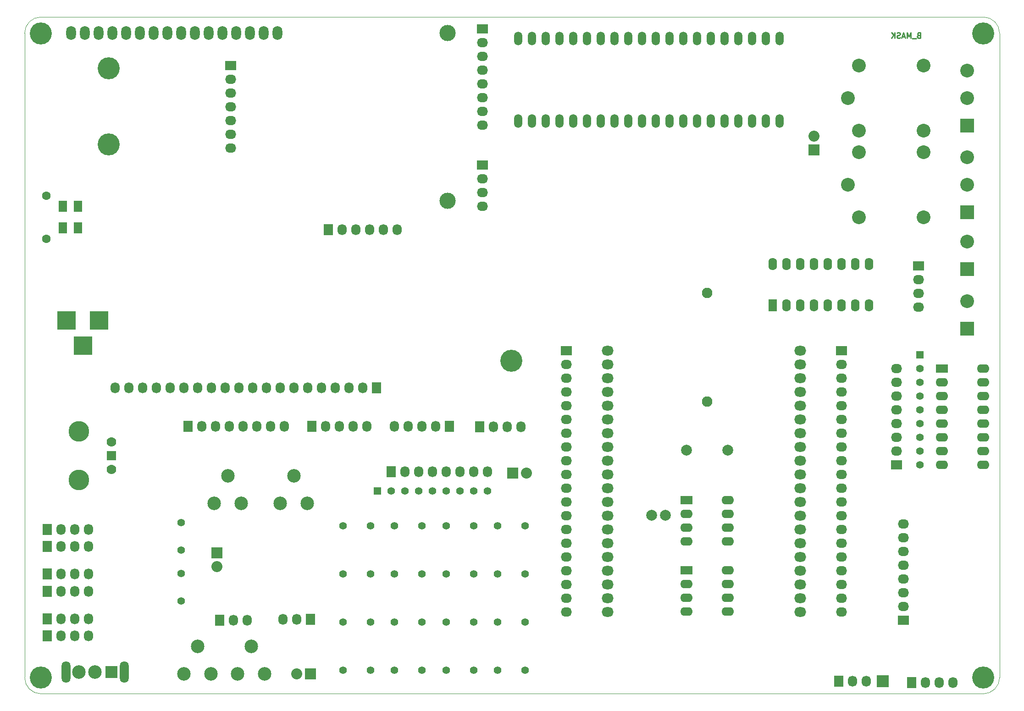
<source format=gbr>
G04 #@! TF.FileFunction,Soldermask,Bot*
%FSLAX46Y46*%
G04 Gerber Fmt 4.6, Leading zero omitted, Abs format (unit mm)*
G04 Created by KiCad (PCBNEW (2015-01-16 BZR 5376)-product) date 6/20/2015 12:23:26 PM*
%MOMM*%
G01*
G04 APERTURE LIST*
%ADD10C,0.100000*%
%ADD11C,0.254000*%
%ADD12R,2.300000X2.300000*%
%ADD13C,2.500000*%
%ADD14O,1.651000X4.000000*%
%ADD15O,1.800000X2.600000*%
%ADD16C,3.000000*%
%ADD17O,2.200000X1.800000*%
%ADD18R,1.727200X2.032000*%
%ADD19O,1.727200X2.032000*%
%ADD20R,1.600000X2.000000*%
%ADD21R,1.574800X2.286000*%
%ADD22O,1.574800X2.286000*%
%ADD23R,2.540000X2.540000*%
%ADD24C,2.540000*%
%ADD25R,2.032000X1.727200*%
%ADD26O,2.032000X1.727200*%
%ADD27R,3.500120X3.500120*%
%ADD28C,4.064000*%
%ADD29R,2.235200X2.235200*%
%ADD30R,1.397000X1.397000*%
%ADD31C,1.397000*%
%ADD32C,2.499360*%
%ADD33R,2.286000X1.574800*%
%ADD34O,2.286000X1.574800*%
%ADD35C,1.600000*%
%ADD36C,2.000000*%
%ADD37C,1.948180*%
%ADD38R,2.032000X2.032000*%
%ADD39O,2.032000X2.032000*%
%ADD40C,1.778000*%
%ADD41R,1.778000X1.778000*%
%ADD42C,3.810000*%
%ADD43C,3.800000*%
%ADD44O,1.524000X2.524000*%
G04 APERTURE END LIST*
D10*
X42000000Y-142900000D02*
X42000000Y-23950000D01*
X218950000Y-145950000D02*
X45000000Y-145950000D01*
D11*
X207046286Y-24311429D02*
X206901143Y-24359810D01*
X206852762Y-24408190D01*
X206804381Y-24504952D01*
X206804381Y-24650095D01*
X206852762Y-24746857D01*
X206901143Y-24795238D01*
X206997905Y-24843619D01*
X207384952Y-24843619D01*
X207384952Y-23827619D01*
X207046286Y-23827619D01*
X206949524Y-23876000D01*
X206901143Y-23924381D01*
X206852762Y-24021143D01*
X206852762Y-24117905D01*
X206901143Y-24214667D01*
X206949524Y-24263048D01*
X207046286Y-24311429D01*
X207384952Y-24311429D01*
X206610857Y-24940381D02*
X205836762Y-24940381D01*
X205594857Y-24843619D02*
X205594857Y-23827619D01*
X205256191Y-24553333D01*
X204917524Y-23827619D01*
X204917524Y-24843619D01*
X204482095Y-24553333D02*
X203998286Y-24553333D01*
X204578857Y-24843619D02*
X204240190Y-23827619D01*
X203901524Y-24843619D01*
X203611238Y-24795238D02*
X203466095Y-24843619D01*
X203224191Y-24843619D01*
X203127429Y-24795238D01*
X203079048Y-24746857D01*
X203030667Y-24650095D01*
X203030667Y-24553333D01*
X203079048Y-24456571D01*
X203127429Y-24408190D01*
X203224191Y-24359810D01*
X203417714Y-24311429D01*
X203514476Y-24263048D01*
X203562857Y-24214667D01*
X203611238Y-24117905D01*
X203611238Y-24021143D01*
X203562857Y-23924381D01*
X203514476Y-23876000D01*
X203417714Y-23827619D01*
X203175810Y-23827619D01*
X203030667Y-23876000D01*
X202595238Y-24843619D02*
X202595238Y-23827619D01*
X202014667Y-24843619D02*
X202450095Y-24263048D01*
X202014667Y-23827619D02*
X202595238Y-24408190D01*
D10*
X41984000Y-142952000D02*
G75*
G03X44984000Y-145952000I3000000J0D01*
G01*
X44984000Y-20952000D02*
G75*
G03X41984000Y-23952000I0J-3000000D01*
G01*
X221984000Y-23952000D02*
G75*
G03X218984000Y-20952000I-3000000J0D01*
G01*
X218984000Y-145952000D02*
G75*
G03X221984000Y-142952000I0J3000000D01*
G01*
X218984000Y-145952000D02*
G75*
G03X221984000Y-142952000I0J3000000D01*
G01*
X221984000Y-23952000D02*
X221984000Y-142952000D01*
X44984000Y-20952000D02*
X218984000Y-20952000D01*
D12*
X57984000Y-141952000D03*
D13*
X54984000Y-141952000D03*
X51984000Y-141952000D03*
D14*
X49583960Y-141952000D03*
X60384040Y-141952000D03*
D15*
X50564000Y-23878000D03*
X53104000Y-23878000D03*
X55644000Y-23878000D03*
X58184000Y-23878000D03*
X60724000Y-23878000D03*
X63264000Y-23878000D03*
X65804000Y-23878000D03*
X68344000Y-23878000D03*
X70884000Y-23878000D03*
X73424000Y-23878000D03*
X75964000Y-23878000D03*
X78504000Y-23878000D03*
X81044000Y-23878000D03*
X83584000Y-23878000D03*
X86124000Y-23878000D03*
X88664000Y-23878000D03*
D16*
X45064900Y-23878000D03*
X120063480Y-54878700D03*
X120063480Y-23878000D03*
D17*
X149624000Y-82552000D03*
X149624000Y-85092000D03*
X149624000Y-87632000D03*
X149624000Y-90172000D03*
X149624000Y-92712000D03*
X149624000Y-95252000D03*
X149624000Y-97792000D03*
X149624000Y-100332000D03*
X149624000Y-102872000D03*
X149624000Y-105412000D03*
X149624000Y-107952000D03*
X149624000Y-110492000D03*
X149624000Y-113032000D03*
X149624000Y-115572000D03*
X149624000Y-118112000D03*
X149624000Y-120652000D03*
X149624000Y-123192000D03*
X149624000Y-125732000D03*
X149624000Y-128272000D03*
X149624000Y-130812000D03*
X185184000Y-130812000D03*
X185184000Y-128272000D03*
X185184000Y-125732000D03*
X185184000Y-123192000D03*
X185184000Y-120652000D03*
X185184000Y-118112000D03*
X185184000Y-115572000D03*
X185184000Y-113032000D03*
X185184000Y-110492000D03*
X185184000Y-107952000D03*
X185184000Y-105412000D03*
X185184000Y-102872000D03*
X185184000Y-100332000D03*
X185184000Y-97792000D03*
X185184000Y-95252000D03*
X185184000Y-92712000D03*
X185184000Y-90172000D03*
X185184000Y-87632000D03*
X185184000Y-85092000D03*
X185184000Y-82552000D03*
D18*
X106984000Y-89452000D03*
D19*
X104444000Y-89452000D03*
X101904000Y-89452000D03*
X99364000Y-89452000D03*
X96824000Y-89452000D03*
X94284000Y-89452000D03*
X91744000Y-89452000D03*
X89204000Y-89452000D03*
X86664000Y-89452000D03*
X84124000Y-89452000D03*
X81584000Y-89452000D03*
X79044000Y-89452000D03*
X76504000Y-89452000D03*
X73964000Y-89452000D03*
X71424000Y-89452000D03*
X68884000Y-89452000D03*
X66344000Y-89452000D03*
X63804000Y-89452000D03*
X61264000Y-89452000D03*
X58724000Y-89452000D03*
D18*
X98044000Y-60198000D03*
D19*
X100584000Y-60198000D03*
X103124000Y-60198000D03*
X105664000Y-60198000D03*
X108204000Y-60198000D03*
X110744000Y-60198000D03*
D20*
X49040000Y-59914000D03*
X49040000Y-55914000D03*
X51834000Y-59914000D03*
X51834000Y-55914000D03*
D21*
X180104000Y-74170000D03*
D22*
X182644000Y-74170000D03*
X185184000Y-74170000D03*
X187724000Y-74170000D03*
X190264000Y-74170000D03*
X192804000Y-74170000D03*
X195344000Y-74170000D03*
X197884000Y-74170000D03*
X197884000Y-66550000D03*
X195344000Y-66550000D03*
X192804000Y-66550000D03*
X190264000Y-66550000D03*
X187724000Y-66550000D03*
X185184000Y-66550000D03*
X182644000Y-66550000D03*
X180104000Y-66550000D03*
D23*
X215984000Y-41032000D03*
D24*
X215984000Y-35952000D03*
X215984000Y-30872000D03*
D23*
X215984000Y-57032000D03*
D24*
X215984000Y-51952000D03*
X215984000Y-46872000D03*
D25*
X202964000Y-103634000D03*
D26*
X202964000Y-101094000D03*
X202964000Y-98554000D03*
X202964000Y-96014000D03*
X202964000Y-93474000D03*
X202964000Y-90934000D03*
X202964000Y-88394000D03*
X202964000Y-85854000D03*
D18*
X109619000Y-104904000D03*
D19*
X112159000Y-104904000D03*
X114699000Y-104904000D03*
X117239000Y-104904000D03*
X119779000Y-104904000D03*
X122319000Y-104904000D03*
X124859000Y-104904000D03*
X127399000Y-104904000D03*
D25*
X206984000Y-66952000D03*
D26*
X206984000Y-69492000D03*
X206984000Y-72032000D03*
X206984000Y-74572000D03*
D25*
X204234000Y-132336000D03*
D26*
X204234000Y-129796000D03*
X204234000Y-127256000D03*
X204234000Y-124716000D03*
X204234000Y-122176000D03*
X204234000Y-119636000D03*
X204234000Y-117096000D03*
X204234000Y-114556000D03*
D23*
X215984000Y-78492000D03*
D24*
X215984000Y-73412000D03*
D23*
X215984000Y-67492000D03*
D24*
X215984000Y-62412000D03*
D18*
X192278000Y-143637000D03*
D19*
X194818000Y-143637000D03*
X197358000Y-143637000D03*
D27*
X55748140Y-76964000D03*
X49748660Y-76964000D03*
X52748400Y-81663000D03*
D18*
X46119000Y-115572000D03*
D19*
X48659000Y-115572000D03*
X51199000Y-115572000D03*
X53739000Y-115572000D03*
D18*
X46119000Y-123827000D03*
D19*
X48659000Y-123827000D03*
X51199000Y-123827000D03*
X53739000Y-123827000D03*
D18*
X46119000Y-132082000D03*
D19*
X48659000Y-132082000D03*
X51199000Y-132082000D03*
X53739000Y-132082000D03*
D28*
X131844000Y-84457000D03*
X44984000Y-23952000D03*
X218984000Y-142952000D03*
X44984000Y-142952000D03*
X218984000Y-23952000D03*
D25*
X126510000Y-48262000D03*
D26*
X126510000Y-50802000D03*
X126510000Y-53342000D03*
X126510000Y-55882000D03*
D25*
X126510000Y-23116000D03*
D26*
X126510000Y-25656000D03*
X126510000Y-28196000D03*
X126510000Y-30736000D03*
X126510000Y-33276000D03*
X126510000Y-35816000D03*
X126510000Y-38356000D03*
X126510000Y-40896000D03*
D29*
X200406000Y-143637000D03*
D18*
X77996000Y-132336000D03*
D19*
X80536000Y-132336000D03*
X83076000Y-132336000D03*
D18*
X46119000Y-118747000D03*
D19*
X48659000Y-118747000D03*
X51199000Y-118747000D03*
X53739000Y-118747000D03*
D18*
X46119000Y-127002000D03*
D19*
X48659000Y-127002000D03*
X51199000Y-127002000D03*
X53739000Y-127002000D03*
D18*
X46119000Y-135257000D03*
D19*
X48659000Y-135257000D03*
X51199000Y-135257000D03*
X53739000Y-135257000D03*
D18*
X120414000Y-96522000D03*
D19*
X117874000Y-96522000D03*
X115334000Y-96522000D03*
X112794000Y-96522000D03*
X110254000Y-96522000D03*
D18*
X205740000Y-143891000D03*
D19*
X208280000Y-143891000D03*
X210820000Y-143891000D03*
X213360000Y-143891000D03*
D30*
X107079000Y-108460000D03*
D31*
X109619000Y-108460000D03*
X112159000Y-108460000D03*
X114699000Y-108460000D03*
X117239000Y-108460000D03*
X119779000Y-108460000D03*
X122319000Y-108460000D03*
X124859000Y-108460000D03*
X127399000Y-108460000D03*
D30*
X207282000Y-83314000D03*
D31*
X207282000Y-85854000D03*
X207282000Y-88394000D03*
X207282000Y-90934000D03*
X207282000Y-93474000D03*
X207282000Y-96014000D03*
X207282000Y-98554000D03*
X207282000Y-101094000D03*
X207282000Y-103634000D03*
D32*
X73891360Y-137202640D03*
X76390720Y-142242000D03*
X71392000Y-142242000D03*
X83797360Y-137202640D03*
X86296720Y-142242000D03*
X81298000Y-142242000D03*
X79479360Y-105706640D03*
X81978720Y-110746000D03*
X76980000Y-110746000D03*
X91671360Y-105706640D03*
X94170720Y-110746000D03*
X89172000Y-110746000D03*
D33*
X211346000Y-85854000D03*
D34*
X211346000Y-88394000D03*
X211346000Y-90934000D03*
X211346000Y-93474000D03*
X211346000Y-96014000D03*
X211346000Y-98554000D03*
X211346000Y-101094000D03*
X211346000Y-103634000D03*
X218966000Y-103634000D03*
X218966000Y-101094000D03*
X218966000Y-98554000D03*
X218966000Y-96014000D03*
X218966000Y-93474000D03*
X218966000Y-90934000D03*
X218966000Y-88394000D03*
X218966000Y-85854000D03*
D35*
X45984000Y-53952000D03*
X45984000Y-61952000D03*
D36*
X171783840Y-100952000D03*
X164184160Y-100952000D03*
D31*
X100729000Y-114937000D03*
X105809000Y-114937000D03*
X110254000Y-114937000D03*
X115334000Y-114937000D03*
X119779000Y-114937000D03*
X124859000Y-114937000D03*
X129304000Y-114937000D03*
X134384000Y-114937000D03*
X100729000Y-123827000D03*
X105809000Y-123827000D03*
X110254000Y-123827000D03*
X115334000Y-123827000D03*
X119779000Y-123827000D03*
X124859000Y-123827000D03*
X129304000Y-123827000D03*
X134384000Y-123827000D03*
X100729000Y-132717000D03*
X105809000Y-132717000D03*
X110254000Y-132717000D03*
X115334000Y-132717000D03*
X119779000Y-132717000D03*
X124859000Y-132717000D03*
X129304000Y-132717000D03*
X134384000Y-132717000D03*
X100729000Y-141607000D03*
X105809000Y-141607000D03*
X110254000Y-141607000D03*
X115334000Y-141607000D03*
X119779000Y-141607000D03*
X124859000Y-141607000D03*
X129304000Y-141607000D03*
X134384000Y-141607000D03*
X70884000Y-119382000D03*
X70884000Y-114302000D03*
X70884000Y-128780000D03*
X70884000Y-123700000D03*
D33*
X164174000Y-123142000D03*
D34*
X164174000Y-125682000D03*
X164174000Y-128222000D03*
X164174000Y-130762000D03*
X171794000Y-130762000D03*
X171794000Y-128222000D03*
X171794000Y-125682000D03*
X171794000Y-123142000D03*
D33*
X164174000Y-110142000D03*
D34*
X164174000Y-112682000D03*
X164174000Y-115222000D03*
X164174000Y-117762000D03*
X171794000Y-117762000D03*
X171794000Y-115222000D03*
X171794000Y-112682000D03*
X171794000Y-110142000D03*
D37*
X167984000Y-91951960D03*
X167984000Y-71952000D03*
D38*
X187706000Y-45466000D03*
D39*
X187706000Y-42926000D03*
D38*
X132098000Y-105158000D03*
D39*
X134638000Y-105158000D03*
D24*
X195984520Y-29952520D03*
X193983000Y-35952000D03*
X207983480Y-29952520D03*
X207983480Y-41951480D03*
X195984520Y-41951480D03*
X195984520Y-45952520D03*
X193983000Y-51952000D03*
X207983480Y-45952520D03*
X207983480Y-57951480D03*
X195984520Y-57951480D03*
D40*
X57984000Y-104492000D03*
D41*
X57984000Y-101952000D03*
D40*
X57984000Y-99412000D03*
D42*
X51984000Y-106452000D03*
D43*
X51984000Y-97452000D03*
D38*
X94760000Y-142242000D03*
D39*
X92220000Y-142242000D03*
D25*
X79984000Y-29952000D03*
D26*
X79984000Y-32492000D03*
X79984000Y-35032000D03*
X79984000Y-37572000D03*
X79984000Y-40112000D03*
X79984000Y-42652000D03*
X79984000Y-45192000D03*
D18*
X72154000Y-96522000D03*
D19*
X74694000Y-96522000D03*
X77234000Y-96522000D03*
X79774000Y-96522000D03*
X82314000Y-96522000D03*
X84854000Y-96522000D03*
X87394000Y-96522000D03*
X89934000Y-96522000D03*
D18*
X95014000Y-96522000D03*
D19*
X97554000Y-96522000D03*
X100094000Y-96522000D03*
X102634000Y-96522000D03*
X105174000Y-96522000D03*
D38*
X77488000Y-119890000D03*
D39*
X77488000Y-122430000D03*
D44*
X145814000Y-40134000D03*
X148354000Y-40134000D03*
X150894000Y-40134000D03*
X153434000Y-40134000D03*
X155974000Y-40134000D03*
X155974000Y-24894000D03*
X153434000Y-24894000D03*
X150894000Y-24894000D03*
X148354000Y-24894000D03*
X145814000Y-24894000D03*
X158514000Y-40134000D03*
X161054000Y-40134000D03*
X163594000Y-40134000D03*
X166134000Y-40134000D03*
X168674000Y-40134000D03*
X168674000Y-24894000D03*
X166134000Y-24894000D03*
X163594000Y-24894000D03*
X161054000Y-24894000D03*
X158514000Y-24894000D03*
X171214000Y-40134000D03*
X173754000Y-40134000D03*
X176294000Y-40134000D03*
X178834000Y-40134000D03*
X181374000Y-40134000D03*
X181374000Y-24894000D03*
X178834000Y-24894000D03*
X176294000Y-24894000D03*
X173754000Y-24894000D03*
X171214000Y-24894000D03*
D25*
X142004000Y-82552000D03*
D26*
X142004000Y-85092000D03*
X142004000Y-87632000D03*
X142004000Y-90172000D03*
X142004000Y-92712000D03*
X142004000Y-95252000D03*
X142004000Y-97792000D03*
X142004000Y-100332000D03*
X142004000Y-102872000D03*
X142004000Y-105412000D03*
X142004000Y-107952000D03*
X142004000Y-110492000D03*
X142004000Y-113032000D03*
X142004000Y-115572000D03*
X142004000Y-118112000D03*
X142004000Y-120652000D03*
X142004000Y-123192000D03*
X142004000Y-125732000D03*
X142004000Y-128272000D03*
X142004000Y-130812000D03*
D25*
X192804000Y-82552000D03*
D26*
X192804000Y-85092000D03*
X192804000Y-87632000D03*
X192804000Y-90172000D03*
X192804000Y-92712000D03*
X192804000Y-95252000D03*
X192804000Y-97792000D03*
X192804000Y-100332000D03*
X192804000Y-102872000D03*
X192804000Y-105412000D03*
X192804000Y-107952000D03*
X192804000Y-110492000D03*
X192804000Y-113032000D03*
X192804000Y-115572000D03*
X192804000Y-118112000D03*
X192804000Y-120652000D03*
X192804000Y-123192000D03*
X192804000Y-125732000D03*
X192804000Y-128272000D03*
X192804000Y-130812000D03*
D36*
X160254000Y-112952000D03*
X157714000Y-112952000D03*
D44*
X133114000Y-40134000D03*
X135654000Y-40134000D03*
X138194000Y-40134000D03*
X140734000Y-40134000D03*
X143274000Y-40134000D03*
X143274000Y-24894000D03*
X140734000Y-24894000D03*
X138194000Y-24894000D03*
X135654000Y-24894000D03*
X133114000Y-24894000D03*
D18*
X125984000Y-96647000D03*
D19*
X128524000Y-96647000D03*
X131064000Y-96647000D03*
X133604000Y-96647000D03*
D28*
X57484000Y-30452000D03*
X57484000Y-44452000D03*
D18*
X94742000Y-132207000D03*
D19*
X92202000Y-132207000D03*
X89662000Y-132207000D03*
M02*

</source>
